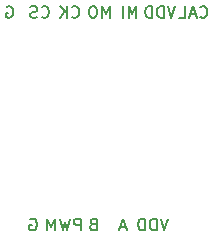
<source format=gbr>
%TF.GenerationSoftware,KiCad,Pcbnew,9.0.2*%
%TF.CreationDate,2025-07-05T20:05:03-04:00*%
%TF.ProjectId,MT6835 Breakout,4d543638-3335-4204-9272-65616b6f7574,rev?*%
%TF.SameCoordinates,Original*%
%TF.FileFunction,Legend,Bot*%
%TF.FilePolarity,Positive*%
%FSLAX46Y46*%
G04 Gerber Fmt 4.6, Leading zero omitted, Abs format (unit mm)*
G04 Created by KiCad (PCBNEW 9.0.2) date 2025-07-05 20:05:03*
%MOMM*%
%LPD*%
G01*
G04 APERTURE LIST*
%ADD10C,0.150000*%
G04 APERTURE END LIST*
D10*
X133618095Y-103417438D02*
X133713333Y-103369819D01*
X133713333Y-103369819D02*
X133856190Y-103369819D01*
X133856190Y-103369819D02*
X133999047Y-103417438D01*
X133999047Y-103417438D02*
X134094285Y-103512676D01*
X134094285Y-103512676D02*
X134141904Y-103607914D01*
X134141904Y-103607914D02*
X134189523Y-103798390D01*
X134189523Y-103798390D02*
X134189523Y-103941247D01*
X134189523Y-103941247D02*
X134141904Y-104131723D01*
X134141904Y-104131723D02*
X134094285Y-104226961D01*
X134094285Y-104226961D02*
X133999047Y-104322200D01*
X133999047Y-104322200D02*
X133856190Y-104369819D01*
X133856190Y-104369819D02*
X133760952Y-104369819D01*
X133760952Y-104369819D02*
X133618095Y-104322200D01*
X133618095Y-104322200D02*
X133570476Y-104274580D01*
X133570476Y-104274580D02*
X133570476Y-103941247D01*
X133570476Y-103941247D02*
X133760952Y-103941247D01*
X131628095Y-85417438D02*
X131723333Y-85369819D01*
X131723333Y-85369819D02*
X131866190Y-85369819D01*
X131866190Y-85369819D02*
X132009047Y-85417438D01*
X132009047Y-85417438D02*
X132104285Y-85512676D01*
X132104285Y-85512676D02*
X132151904Y-85607914D01*
X132151904Y-85607914D02*
X132199523Y-85798390D01*
X132199523Y-85798390D02*
X132199523Y-85941247D01*
X132199523Y-85941247D02*
X132151904Y-86131723D01*
X132151904Y-86131723D02*
X132104285Y-86226961D01*
X132104285Y-86226961D02*
X132009047Y-86322200D01*
X132009047Y-86322200D02*
X131866190Y-86369819D01*
X131866190Y-86369819D02*
X131770952Y-86369819D01*
X131770952Y-86369819D02*
X131628095Y-86322200D01*
X131628095Y-86322200D02*
X131580476Y-86274580D01*
X131580476Y-86274580D02*
X131580476Y-85941247D01*
X131580476Y-85941247D02*
X131770952Y-85941247D01*
X148023809Y-86274580D02*
X148071428Y-86322200D01*
X148071428Y-86322200D02*
X148214285Y-86369819D01*
X148214285Y-86369819D02*
X148309523Y-86369819D01*
X148309523Y-86369819D02*
X148452380Y-86322200D01*
X148452380Y-86322200D02*
X148547618Y-86226961D01*
X148547618Y-86226961D02*
X148595237Y-86131723D01*
X148595237Y-86131723D02*
X148642856Y-85941247D01*
X148642856Y-85941247D02*
X148642856Y-85798390D01*
X148642856Y-85798390D02*
X148595237Y-85607914D01*
X148595237Y-85607914D02*
X148547618Y-85512676D01*
X148547618Y-85512676D02*
X148452380Y-85417438D01*
X148452380Y-85417438D02*
X148309523Y-85369819D01*
X148309523Y-85369819D02*
X148214285Y-85369819D01*
X148214285Y-85369819D02*
X148071428Y-85417438D01*
X148071428Y-85417438D02*
X148023809Y-85465057D01*
X147642856Y-86084104D02*
X147166666Y-86084104D01*
X147738094Y-86369819D02*
X147404761Y-85369819D01*
X147404761Y-85369819D02*
X147071428Y-86369819D01*
X146261904Y-86369819D02*
X146738094Y-86369819D01*
X146738094Y-86369819D02*
X146738094Y-85369819D01*
X145923332Y-85369819D02*
X145589999Y-86369819D01*
X145589999Y-86369819D02*
X145256666Y-85369819D01*
X144923332Y-86369819D02*
X144923332Y-85369819D01*
X144923332Y-85369819D02*
X144685237Y-85369819D01*
X144685237Y-85369819D02*
X144542380Y-85417438D01*
X144542380Y-85417438D02*
X144447142Y-85512676D01*
X144447142Y-85512676D02*
X144399523Y-85607914D01*
X144399523Y-85607914D02*
X144351904Y-85798390D01*
X144351904Y-85798390D02*
X144351904Y-85941247D01*
X144351904Y-85941247D02*
X144399523Y-86131723D01*
X144399523Y-86131723D02*
X144447142Y-86226961D01*
X144447142Y-86226961D02*
X144542380Y-86322200D01*
X144542380Y-86322200D02*
X144685237Y-86369819D01*
X144685237Y-86369819D02*
X144923332Y-86369819D01*
X143923332Y-86369819D02*
X143923332Y-85369819D01*
X143923332Y-85369819D02*
X143685237Y-85369819D01*
X143685237Y-85369819D02*
X143542380Y-85417438D01*
X143542380Y-85417438D02*
X143447142Y-85512676D01*
X143447142Y-85512676D02*
X143399523Y-85607914D01*
X143399523Y-85607914D02*
X143351904Y-85798390D01*
X143351904Y-85798390D02*
X143351904Y-85941247D01*
X143351904Y-85941247D02*
X143399523Y-86131723D01*
X143399523Y-86131723D02*
X143447142Y-86226961D01*
X143447142Y-86226961D02*
X143542380Y-86322200D01*
X143542380Y-86322200D02*
X143685237Y-86369819D01*
X143685237Y-86369819D02*
X143923332Y-86369819D01*
X142621427Y-86369819D02*
X142621427Y-85369819D01*
X142621427Y-85369819D02*
X142288094Y-86084104D01*
X142288094Y-86084104D02*
X141954761Y-85369819D01*
X141954761Y-85369819D02*
X141954761Y-86369819D01*
X141478570Y-86369819D02*
X141478570Y-85369819D01*
X140367142Y-86369819D02*
X140367142Y-85369819D01*
X140367142Y-85369819D02*
X140033809Y-86084104D01*
X140033809Y-86084104D02*
X139700476Y-85369819D01*
X139700476Y-85369819D02*
X139700476Y-86369819D01*
X139033809Y-85369819D02*
X138843333Y-85369819D01*
X138843333Y-85369819D02*
X138748095Y-85417438D01*
X138748095Y-85417438D02*
X138652857Y-85512676D01*
X138652857Y-85512676D02*
X138605238Y-85703152D01*
X138605238Y-85703152D02*
X138605238Y-86036485D01*
X138605238Y-86036485D02*
X138652857Y-86226961D01*
X138652857Y-86226961D02*
X138748095Y-86322200D01*
X138748095Y-86322200D02*
X138843333Y-86369819D01*
X138843333Y-86369819D02*
X139033809Y-86369819D01*
X139033809Y-86369819D02*
X139129047Y-86322200D01*
X139129047Y-86322200D02*
X139224285Y-86226961D01*
X139224285Y-86226961D02*
X139271904Y-86036485D01*
X139271904Y-86036485D02*
X139271904Y-85703152D01*
X139271904Y-85703152D02*
X139224285Y-85512676D01*
X139224285Y-85512676D02*
X139129047Y-85417438D01*
X139129047Y-85417438D02*
X139033809Y-85369819D01*
X137160476Y-86274580D02*
X137208095Y-86322200D01*
X137208095Y-86322200D02*
X137350952Y-86369819D01*
X137350952Y-86369819D02*
X137446190Y-86369819D01*
X137446190Y-86369819D02*
X137589047Y-86322200D01*
X137589047Y-86322200D02*
X137684285Y-86226961D01*
X137684285Y-86226961D02*
X137731904Y-86131723D01*
X137731904Y-86131723D02*
X137779523Y-85941247D01*
X137779523Y-85941247D02*
X137779523Y-85798390D01*
X137779523Y-85798390D02*
X137731904Y-85607914D01*
X137731904Y-85607914D02*
X137684285Y-85512676D01*
X137684285Y-85512676D02*
X137589047Y-85417438D01*
X137589047Y-85417438D02*
X137446190Y-85369819D01*
X137446190Y-85369819D02*
X137350952Y-85369819D01*
X137350952Y-85369819D02*
X137208095Y-85417438D01*
X137208095Y-85417438D02*
X137160476Y-85465057D01*
X136731904Y-86369819D02*
X136731904Y-85369819D01*
X136160476Y-86369819D02*
X136589047Y-85798390D01*
X136160476Y-85369819D02*
X136731904Y-85941247D01*
X134596666Y-86274580D02*
X134644285Y-86322200D01*
X134644285Y-86322200D02*
X134787142Y-86369819D01*
X134787142Y-86369819D02*
X134882380Y-86369819D01*
X134882380Y-86369819D02*
X135025237Y-86322200D01*
X135025237Y-86322200D02*
X135120475Y-86226961D01*
X135120475Y-86226961D02*
X135168094Y-86131723D01*
X135168094Y-86131723D02*
X135215713Y-85941247D01*
X135215713Y-85941247D02*
X135215713Y-85798390D01*
X135215713Y-85798390D02*
X135168094Y-85607914D01*
X135168094Y-85607914D02*
X135120475Y-85512676D01*
X135120475Y-85512676D02*
X135025237Y-85417438D01*
X135025237Y-85417438D02*
X134882380Y-85369819D01*
X134882380Y-85369819D02*
X134787142Y-85369819D01*
X134787142Y-85369819D02*
X134644285Y-85417438D01*
X134644285Y-85417438D02*
X134596666Y-85465057D01*
X134215713Y-86322200D02*
X134072856Y-86369819D01*
X134072856Y-86369819D02*
X133834761Y-86369819D01*
X133834761Y-86369819D02*
X133739523Y-86322200D01*
X133739523Y-86322200D02*
X133691904Y-86274580D01*
X133691904Y-86274580D02*
X133644285Y-86179342D01*
X133644285Y-86179342D02*
X133644285Y-86084104D01*
X133644285Y-86084104D02*
X133691904Y-85988866D01*
X133691904Y-85988866D02*
X133739523Y-85941247D01*
X133739523Y-85941247D02*
X133834761Y-85893628D01*
X133834761Y-85893628D02*
X134025237Y-85846009D01*
X134025237Y-85846009D02*
X134120475Y-85798390D01*
X134120475Y-85798390D02*
X134168094Y-85750771D01*
X134168094Y-85750771D02*
X134215713Y-85655533D01*
X134215713Y-85655533D02*
X134215713Y-85560295D01*
X134215713Y-85560295D02*
X134168094Y-85465057D01*
X134168094Y-85465057D02*
X134120475Y-85417438D01*
X134120475Y-85417438D02*
X134025237Y-85369819D01*
X134025237Y-85369819D02*
X133787142Y-85369819D01*
X133787142Y-85369819D02*
X133644285Y-85417438D01*
X145333332Y-103369819D02*
X144999999Y-104369819D01*
X144999999Y-104369819D02*
X144666666Y-103369819D01*
X144333332Y-104369819D02*
X144333332Y-103369819D01*
X144333332Y-103369819D02*
X144095237Y-103369819D01*
X144095237Y-103369819D02*
X143952380Y-103417438D01*
X143952380Y-103417438D02*
X143857142Y-103512676D01*
X143857142Y-103512676D02*
X143809523Y-103607914D01*
X143809523Y-103607914D02*
X143761904Y-103798390D01*
X143761904Y-103798390D02*
X143761904Y-103941247D01*
X143761904Y-103941247D02*
X143809523Y-104131723D01*
X143809523Y-104131723D02*
X143857142Y-104226961D01*
X143857142Y-104226961D02*
X143952380Y-104322200D01*
X143952380Y-104322200D02*
X144095237Y-104369819D01*
X144095237Y-104369819D02*
X144333332Y-104369819D01*
X143333332Y-104369819D02*
X143333332Y-103369819D01*
X143333332Y-103369819D02*
X143095237Y-103369819D01*
X143095237Y-103369819D02*
X142952380Y-103417438D01*
X142952380Y-103417438D02*
X142857142Y-103512676D01*
X142857142Y-103512676D02*
X142809523Y-103607914D01*
X142809523Y-103607914D02*
X142761904Y-103798390D01*
X142761904Y-103798390D02*
X142761904Y-103941247D01*
X142761904Y-103941247D02*
X142809523Y-104131723D01*
X142809523Y-104131723D02*
X142857142Y-104226961D01*
X142857142Y-104226961D02*
X142952380Y-104322200D01*
X142952380Y-104322200D02*
X143095237Y-104369819D01*
X143095237Y-104369819D02*
X143333332Y-104369819D01*
X141738094Y-104084104D02*
X141261904Y-104084104D01*
X141833332Y-104369819D02*
X141499999Y-103369819D01*
X141499999Y-103369819D02*
X141166666Y-104369819D01*
X138928571Y-103846009D02*
X138785714Y-103893628D01*
X138785714Y-103893628D02*
X138738095Y-103941247D01*
X138738095Y-103941247D02*
X138690476Y-104036485D01*
X138690476Y-104036485D02*
X138690476Y-104179342D01*
X138690476Y-104179342D02*
X138738095Y-104274580D01*
X138738095Y-104274580D02*
X138785714Y-104322200D01*
X138785714Y-104322200D02*
X138880952Y-104369819D01*
X138880952Y-104369819D02*
X139261904Y-104369819D01*
X139261904Y-104369819D02*
X139261904Y-103369819D01*
X139261904Y-103369819D02*
X138928571Y-103369819D01*
X138928571Y-103369819D02*
X138833333Y-103417438D01*
X138833333Y-103417438D02*
X138785714Y-103465057D01*
X138785714Y-103465057D02*
X138738095Y-103560295D01*
X138738095Y-103560295D02*
X138738095Y-103655533D01*
X138738095Y-103655533D02*
X138785714Y-103750771D01*
X138785714Y-103750771D02*
X138833333Y-103798390D01*
X138833333Y-103798390D02*
X138928571Y-103846009D01*
X138928571Y-103846009D02*
X139261904Y-103846009D01*
X137904761Y-104369819D02*
X137904761Y-103369819D01*
X137904761Y-103369819D02*
X137523809Y-103369819D01*
X137523809Y-103369819D02*
X137428571Y-103417438D01*
X137428571Y-103417438D02*
X137380952Y-103465057D01*
X137380952Y-103465057D02*
X137333333Y-103560295D01*
X137333333Y-103560295D02*
X137333333Y-103703152D01*
X137333333Y-103703152D02*
X137380952Y-103798390D01*
X137380952Y-103798390D02*
X137428571Y-103846009D01*
X137428571Y-103846009D02*
X137523809Y-103893628D01*
X137523809Y-103893628D02*
X137904761Y-103893628D01*
X136999999Y-103369819D02*
X136761904Y-104369819D01*
X136761904Y-104369819D02*
X136571428Y-103655533D01*
X136571428Y-103655533D02*
X136380952Y-104369819D01*
X136380952Y-104369819D02*
X136142857Y-103369819D01*
X135761904Y-104369819D02*
X135761904Y-103369819D01*
X135761904Y-103369819D02*
X135428571Y-104084104D01*
X135428571Y-104084104D02*
X135095238Y-103369819D01*
X135095238Y-103369819D02*
X135095238Y-104369819D01*
M02*

</source>
